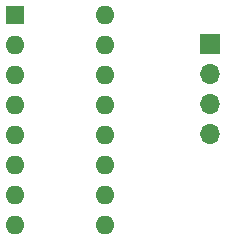
<source format=gbr>
%TF.GenerationSoftware,KiCad,Pcbnew,8.0.8*%
%TF.CreationDate,2025-02-10T17:27:11-08:00*%
%TF.ProjectId,display_pcb,64697370-6c61-4795-9f70-63622e6b6963,rev?*%
%TF.SameCoordinates,Original*%
%TF.FileFunction,Soldermask,Bot*%
%TF.FilePolarity,Negative*%
%FSLAX46Y46*%
G04 Gerber Fmt 4.6, Leading zero omitted, Abs format (unit mm)*
G04 Created by KiCad (PCBNEW 8.0.8) date 2025-02-10 17:27:11*
%MOMM*%
%LPD*%
G01*
G04 APERTURE LIST*
%ADD10R,1.600000X1.600000*%
%ADD11O,1.600000X1.600000*%
%ADD12O,1.700000X1.700000*%
%ADD13R,1.700000X1.700000*%
G04 APERTURE END LIST*
D10*
%TO.C,U2*%
X151587500Y-123500000D03*
D11*
X151587500Y-126040000D03*
X151587500Y-128580000D03*
X151587500Y-131120000D03*
X151587500Y-133660000D03*
X151587500Y-136200000D03*
X151587500Y-138740000D03*
X151587500Y-141280000D03*
X159207500Y-141280000D03*
X159207500Y-138740000D03*
X159207500Y-136200000D03*
X159207500Y-133660000D03*
X159207500Y-131120000D03*
X159207500Y-128580000D03*
X159207500Y-126040000D03*
X159207500Y-123500000D03*
%TD*%
D12*
%TO.C,M1*%
X168087500Y-133620000D03*
X168087500Y-131080000D03*
X168087500Y-128540000D03*
D13*
X168087500Y-126000000D03*
%TD*%
M02*

</source>
